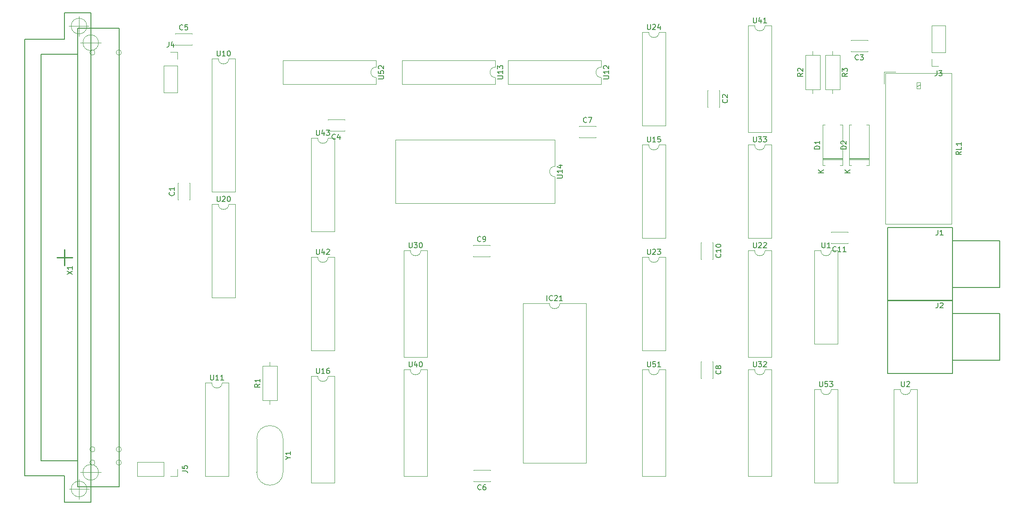
<source format=gbr>
%TF.GenerationSoftware,KiCad,Pcbnew,(5.1.10)-1*%
%TF.CreationDate,2022-01-29T09:37:24+01:00*%
%TF.ProjectId,2K-BWS,324b2d42-5753-42e6-9b69-6361645f7063,rev?*%
%TF.SameCoordinates,Original*%
%TF.FileFunction,Legend,Top*%
%TF.FilePolarity,Positive*%
%FSLAX46Y46*%
G04 Gerber Fmt 4.6, Leading zero omitted, Abs format (unit mm)*
G04 Created by KiCad (PCBNEW (5.1.10)-1) date 2022-01-29 09:37:24*
%MOMM*%
%LPD*%
G01*
G04 APERTURE LIST*
%ADD10C,0.120000*%
%ADD11C,0.250000*%
%ADD12C,0.100000*%
%ADD13C,0.200000*%
%ADD14C,0.150000*%
G04 APERTURE END LIST*
D10*
%TO.C,J5*%
X57150000Y-144720000D02*
X57150000Y-147380000D01*
X57150000Y-144720000D02*
X52010000Y-144720000D01*
X52010000Y-144720000D02*
X52010000Y-147380000D01*
X57150000Y-147380000D02*
X52010000Y-147380000D01*
X59750000Y-147380000D02*
X58420000Y-147380000D01*
X59750000Y-146050000D02*
X59750000Y-147380000D01*
%TO.C,J4*%
X57090000Y-68580000D02*
X59750000Y-68580000D01*
X57090000Y-68580000D02*
X57090000Y-73720000D01*
X57090000Y-73720000D02*
X59750000Y-73720000D01*
X59750000Y-68580000D02*
X59750000Y-73720000D01*
X59750000Y-65980000D02*
X59750000Y-67310000D01*
X58420000Y-65980000D02*
X59750000Y-65980000D01*
%TO.C,U33*%
X170450000Y-83760000D02*
X169200000Y-83760000D01*
X169200000Y-83760000D02*
X169200000Y-101660000D01*
X169200000Y-101660000D02*
X173700000Y-101660000D01*
X173700000Y-101660000D02*
X173700000Y-83760000D01*
X173700000Y-83760000D02*
X172450000Y-83760000D01*
X172450000Y-83760000D02*
G75*
G02*
X170450000Y-83760000I-1000000J0D01*
G01*
%TO.C,U40*%
X104410000Y-126940000D02*
X103160000Y-126940000D01*
X103160000Y-126940000D02*
X103160000Y-147380000D01*
X103160000Y-147380000D02*
X107660000Y-147380000D01*
X107660000Y-147380000D02*
X107660000Y-126940000D01*
X107660000Y-126940000D02*
X106410000Y-126940000D01*
X106410000Y-126940000D02*
G75*
G02*
X104410000Y-126940000I-1000000J0D01*
G01*
%TO.C,IC21*%
X138140000Y-114240000D02*
X133080000Y-114240000D01*
X138140000Y-144840000D02*
X138140000Y-114240000D01*
X126020000Y-144840000D02*
X138140000Y-144840000D01*
X126020000Y-114240000D02*
X126020000Y-144840000D01*
X131080000Y-114240000D02*
X126020000Y-114240000D01*
X133080000Y-114240000D02*
G75*
G02*
X131080000Y-114240000I-1000000J0D01*
G01*
%TO.C,U24*%
X153380000Y-62170000D02*
X152130000Y-62170000D01*
X153380000Y-80070000D02*
X153380000Y-62170000D01*
X148880000Y-80070000D02*
X153380000Y-80070000D01*
X148880000Y-62170000D02*
X148880000Y-80070000D01*
X150130000Y-62170000D02*
X148880000Y-62170000D01*
X152130000Y-62170000D02*
G75*
G02*
X150130000Y-62170000I-1000000J0D01*
G01*
%TO.C,U20*%
X70830000Y-95190000D02*
X69580000Y-95190000D01*
X70830000Y-113090000D02*
X70830000Y-95190000D01*
X66330000Y-113090000D02*
X70830000Y-113090000D01*
X66330000Y-95190000D02*
X66330000Y-113090000D01*
X67580000Y-95190000D02*
X66330000Y-95190000D01*
X69580000Y-95190000D02*
G75*
G02*
X67580000Y-95190000I-1000000J0D01*
G01*
%TO.C,J3*%
X207070000Y-66040000D02*
X204410000Y-66040000D01*
X207070000Y-66040000D02*
X207070000Y-60900000D01*
X207070000Y-60900000D02*
X204410000Y-60900000D01*
X204410000Y-66040000D02*
X204410000Y-60900000D01*
X204410000Y-68640000D02*
X204410000Y-67310000D01*
X205740000Y-68640000D02*
X204410000Y-68640000D01*
%TO.C,C11*%
X188330000Y-102720000D02*
X185090000Y-102720000D01*
X188330000Y-100480000D02*
X185090000Y-100480000D01*
X188330000Y-102720000D02*
X188330000Y-102655000D01*
X188330000Y-100545000D02*
X188330000Y-100480000D01*
X185090000Y-102720000D02*
X185090000Y-102655000D01*
X185090000Y-100545000D02*
X185090000Y-100480000D01*
%TO.C,C10*%
X162410000Y-102500000D02*
X162410000Y-105740000D01*
X160170000Y-102500000D02*
X160170000Y-105740000D01*
X162410000Y-102500000D02*
X162345000Y-102500000D01*
X160235000Y-102500000D02*
X160170000Y-102500000D01*
X162410000Y-105740000D02*
X162345000Y-105740000D01*
X160235000Y-105740000D02*
X160170000Y-105740000D01*
%TO.C,C9*%
X116470000Y-103020000D02*
X119710000Y-103020000D01*
X116470000Y-105260000D02*
X119710000Y-105260000D01*
X116470000Y-103020000D02*
X116470000Y-103085000D01*
X116470000Y-105195000D02*
X116470000Y-105260000D01*
X119710000Y-103020000D02*
X119710000Y-103085000D01*
X119710000Y-105195000D02*
X119710000Y-105260000D01*
%TO.C,C8*%
X162410000Y-125360000D02*
X162410000Y-128600000D01*
X160170000Y-125360000D02*
X160170000Y-128600000D01*
X162410000Y-125360000D02*
X162345000Y-125360000D01*
X160235000Y-125360000D02*
X160170000Y-125360000D01*
X162410000Y-128600000D02*
X162345000Y-128600000D01*
X160235000Y-128600000D02*
X160170000Y-128600000D01*
%TO.C,C7*%
X136790000Y-80160000D02*
X140030000Y-80160000D01*
X136790000Y-82400000D02*
X140030000Y-82400000D01*
X136790000Y-80160000D02*
X136790000Y-80225000D01*
X136790000Y-82335000D02*
X136790000Y-82400000D01*
X140030000Y-80160000D02*
X140030000Y-80225000D01*
X140030000Y-82335000D02*
X140030000Y-82400000D01*
%TO.C,C6*%
X119750000Y-148440000D02*
X116510000Y-148440000D01*
X119750000Y-146200000D02*
X116510000Y-146200000D01*
X119750000Y-148440000D02*
X119750000Y-148375000D01*
X119750000Y-146265000D02*
X119750000Y-146200000D01*
X116510000Y-148440000D02*
X116510000Y-148375000D01*
X116510000Y-146265000D02*
X116510000Y-146200000D01*
%TO.C,C5*%
X59320000Y-62380000D02*
X62560000Y-62380000D01*
X59320000Y-64620000D02*
X62560000Y-64620000D01*
X59320000Y-62380000D02*
X59320000Y-62445000D01*
X59320000Y-64555000D02*
X59320000Y-64620000D01*
X62560000Y-62380000D02*
X62560000Y-62445000D01*
X62560000Y-64555000D02*
X62560000Y-64620000D01*
D11*
%TO.C,X1*%
X38100000Y-103910000D02*
X38100000Y-106910000D01*
X39600000Y-105410000D02*
X36600000Y-105410000D01*
D12*
X43100000Y-144660000D02*
X43100000Y-148660000D01*
X45100000Y-146660000D02*
X41100000Y-146660000D01*
X44600000Y-146660000D02*
G75*
G03*
X44600000Y-146660000I-1500000J0D01*
G01*
X43100000Y-62160000D02*
X43100000Y-66160000D01*
X45100000Y-64160000D02*
X41100000Y-64160000D01*
X44600000Y-64160000D02*
G75*
G03*
X44600000Y-64160000I-1500000J0D01*
G01*
D13*
X33600000Y-66410000D02*
X40600000Y-66410000D01*
X33600000Y-144410000D02*
X33600000Y-66410000D01*
X40600000Y-144410000D02*
X33600000Y-144410000D01*
X48600000Y-149410000D02*
X40600000Y-149410000D01*
X48600000Y-61410000D02*
X48600000Y-149410000D01*
X40600000Y-61410000D02*
X48600000Y-61410000D01*
X40600000Y-61410000D02*
X40600000Y-149410000D01*
D12*
X48988600Y-144780000D02*
G75*
G03*
X48988600Y-144780000I-500000J0D01*
G01*
X48988600Y-142240000D02*
G75*
G03*
X48988600Y-142240000I-500000J0D01*
G01*
X48988600Y-66040000D02*
G75*
G03*
X48988600Y-66040000I-500000J0D01*
G01*
X43908600Y-144780000D02*
G75*
G03*
X43908600Y-144780000I-500000J0D01*
G01*
X43908600Y-142240000D02*
G75*
G03*
X43908600Y-142240000I-500000J0D01*
G01*
X43908600Y-66040000D02*
G75*
G03*
X43908600Y-66040000I-500000J0D01*
G01*
X42368600Y-149860000D02*
G75*
G03*
X42368600Y-149860000I-1500000J0D01*
G01*
X42773600Y-149860000D02*
X38963600Y-149860000D01*
X40868600Y-147955000D02*
X40868600Y-151765000D01*
X42760900Y-60972700D02*
X38950900Y-60972700D01*
X40855900Y-59067700D02*
X40855900Y-62877700D01*
X42355900Y-60972700D02*
G75*
G03*
X42355900Y-60972700I-1500000J0D01*
G01*
D13*
X43180000Y-58420000D02*
X38100000Y-58420000D01*
X38100000Y-63500000D02*
X30480000Y-63500000D01*
X38100000Y-58420000D02*
X38100000Y-63500000D01*
X38100000Y-152400000D02*
X43180000Y-152400000D01*
X38100000Y-147320000D02*
X38100000Y-152400000D01*
X30480000Y-147320000D02*
X38100000Y-147320000D01*
X30480000Y-63500000D02*
X30480000Y-147320000D01*
X43180000Y-152400000D02*
X43180000Y-58420000D01*
D10*
%TO.C,C1*%
X59840000Y-94350000D02*
X59840000Y-91110000D01*
X62080000Y-94350000D02*
X62080000Y-91110000D01*
X59840000Y-94350000D02*
X59905000Y-94350000D01*
X62015000Y-94350000D02*
X62080000Y-94350000D01*
X59840000Y-91110000D02*
X59905000Y-91110000D01*
X62015000Y-91110000D02*
X62080000Y-91110000D01*
%TO.C,C2*%
X161505000Y-76530000D02*
X161440000Y-76530000D01*
X163680000Y-76530000D02*
X163615000Y-76530000D01*
X161505000Y-73290000D02*
X161440000Y-73290000D01*
X163680000Y-73290000D02*
X163615000Y-73290000D01*
X161440000Y-73290000D02*
X161440000Y-76530000D01*
X163680000Y-73290000D02*
X163680000Y-76530000D01*
%TO.C,C3*%
X188900000Y-63715000D02*
X188900000Y-63650000D01*
X188900000Y-65890000D02*
X188900000Y-65825000D01*
X192140000Y-63715000D02*
X192140000Y-63650000D01*
X192140000Y-65890000D02*
X192140000Y-65825000D01*
X192140000Y-63650000D02*
X188900000Y-63650000D01*
X192140000Y-65890000D02*
X188900000Y-65890000D01*
%TO.C,C4*%
X91810000Y-81130000D02*
X88570000Y-81130000D01*
X91810000Y-78890000D02*
X88570000Y-78890000D01*
X91810000Y-81130000D02*
X91810000Y-81065000D01*
X91810000Y-78955000D02*
X91810000Y-78890000D01*
X88570000Y-81130000D02*
X88570000Y-81065000D01*
X88570000Y-78955000D02*
X88570000Y-78890000D01*
%TO.C,D1*%
X183980000Y-87740000D02*
X183500000Y-87740000D01*
X183500000Y-87740000D02*
X183500000Y-79900000D01*
X183500000Y-79900000D02*
X183980000Y-79900000D01*
X186860000Y-87740000D02*
X187340000Y-87740000D01*
X187340000Y-87740000D02*
X187340000Y-79900000D01*
X187340000Y-79900000D02*
X186860000Y-79900000D01*
X183500000Y-86480000D02*
X187340000Y-86480000D01*
X183500000Y-86360000D02*
X187340000Y-86360000D01*
X183500000Y-86600000D02*
X187340000Y-86600000D01*
%TO.C,D2*%
X188580000Y-86600000D02*
X192420000Y-86600000D01*
X188580000Y-86360000D02*
X192420000Y-86360000D01*
X188580000Y-86480000D02*
X192420000Y-86480000D01*
X192420000Y-79900000D02*
X191940000Y-79900000D01*
X192420000Y-87740000D02*
X192420000Y-79900000D01*
X191940000Y-87740000D02*
X192420000Y-87740000D01*
X188580000Y-79900000D02*
X189060000Y-79900000D01*
X188580000Y-87740000D02*
X188580000Y-79900000D01*
X189060000Y-87740000D02*
X188580000Y-87740000D01*
D14*
%TO.C,J1*%
X217430000Y-102680000D02*
X217430000Y-102180000D01*
X217430000Y-102180000D02*
X208430000Y-102180000D01*
X217430000Y-110680000D02*
X217430000Y-111180000D01*
X217430000Y-111180000D02*
X208430000Y-111180000D01*
X217430000Y-110680000D02*
X217430000Y-102680000D01*
X195930000Y-113680000D02*
X208430000Y-113680000D01*
X208430000Y-113680000D02*
X208430000Y-99680000D01*
X208430000Y-99680000D02*
X195930000Y-99680000D01*
X195930000Y-99680000D02*
X195930000Y-113680000D01*
%TO.C,J2*%
X195930000Y-113650000D02*
X195930000Y-127650000D01*
X208430000Y-113650000D02*
X195930000Y-113650000D01*
X208430000Y-127650000D02*
X208430000Y-113650000D01*
X195930000Y-127650000D02*
X208430000Y-127650000D01*
X217430000Y-124650000D02*
X217430000Y-116650000D01*
X217430000Y-125150000D02*
X208430000Y-125150000D01*
X217430000Y-124650000D02*
X217430000Y-125150000D01*
X217430000Y-116150000D02*
X208430000Y-116150000D01*
X217430000Y-116650000D02*
X217430000Y-116150000D01*
D10*
%TO.C,R1*%
X76100000Y-132810000D02*
X78840000Y-132810000D01*
X78840000Y-132810000D02*
X78840000Y-126270000D01*
X78840000Y-126270000D02*
X76100000Y-126270000D01*
X76100000Y-126270000D02*
X76100000Y-132810000D01*
X77470000Y-133580000D02*
X77470000Y-132810000D01*
X77470000Y-125500000D02*
X77470000Y-126270000D01*
%TO.C,R2*%
X180240000Y-73120000D02*
X182980000Y-73120000D01*
X182980000Y-73120000D02*
X182980000Y-66580000D01*
X182980000Y-66580000D02*
X180240000Y-66580000D01*
X180240000Y-66580000D02*
X180240000Y-73120000D01*
X181610000Y-73890000D02*
X181610000Y-73120000D01*
X181610000Y-65810000D02*
X181610000Y-66580000D01*
%TO.C,R3*%
X185420000Y-73890000D02*
X185420000Y-73120000D01*
X185420000Y-65810000D02*
X185420000Y-66580000D01*
X186790000Y-73120000D02*
X186790000Y-66580000D01*
X184050000Y-73120000D02*
X186790000Y-73120000D01*
X184050000Y-66580000D02*
X184050000Y-73120000D01*
X186790000Y-66580000D02*
X184050000Y-66580000D01*
%TO.C,RL1*%
X208220000Y-98990000D02*
X208220000Y-69990000D01*
X208220000Y-69990000D02*
X195520000Y-69990000D01*
X195520000Y-69990000D02*
X195520000Y-98990000D01*
X195520000Y-98990000D02*
X208220000Y-98990000D01*
X201520000Y-72590000D02*
X202220000Y-72190000D01*
X202220000Y-72990000D02*
X202220000Y-71790000D01*
X202220000Y-71790000D02*
X201520000Y-71790000D01*
X201520000Y-71790000D02*
X201520000Y-72990000D01*
X201520000Y-72990000D02*
X202220000Y-72990000D01*
X195280000Y-72090000D02*
X195280000Y-69750000D01*
X195280000Y-69750000D02*
X197470000Y-69750000D01*
%TO.C,U1*%
X186400000Y-104080000D02*
X185150000Y-104080000D01*
X186400000Y-121980000D02*
X186400000Y-104080000D01*
X181900000Y-121980000D02*
X186400000Y-121980000D01*
X181900000Y-104080000D02*
X181900000Y-121980000D01*
X183150000Y-104080000D02*
X181900000Y-104080000D01*
X185150000Y-104080000D02*
G75*
G02*
X183150000Y-104080000I-1000000J0D01*
G01*
%TO.C,U2*%
X198390000Y-130750000D02*
X197140000Y-130750000D01*
X197140000Y-130750000D02*
X197140000Y-148650000D01*
X197140000Y-148650000D02*
X201640000Y-148650000D01*
X201640000Y-148650000D02*
X201640000Y-130750000D01*
X201640000Y-130750000D02*
X200390000Y-130750000D01*
X200390000Y-130750000D02*
G75*
G02*
X198390000Y-130750000I-1000000J0D01*
G01*
%TO.C,U10*%
X67580000Y-67250000D02*
X66330000Y-67250000D01*
X66330000Y-67250000D02*
X66330000Y-92770000D01*
X66330000Y-92770000D02*
X70830000Y-92770000D01*
X70830000Y-92770000D02*
X70830000Y-67250000D01*
X70830000Y-67250000D02*
X69580000Y-67250000D01*
X69580000Y-67250000D02*
G75*
G02*
X67580000Y-67250000I-1000000J0D01*
G01*
%TO.C,U11*%
X66310000Y-129480000D02*
X65060000Y-129480000D01*
X65060000Y-129480000D02*
X65060000Y-147380000D01*
X65060000Y-147380000D02*
X69560000Y-147380000D01*
X69560000Y-147380000D02*
X69560000Y-129480000D01*
X69560000Y-129480000D02*
X68310000Y-129480000D01*
X68310000Y-129480000D02*
G75*
G02*
X66310000Y-129480000I-1000000J0D01*
G01*
%TO.C,U12*%
X141030000Y-68850000D02*
X141030000Y-67600000D01*
X141030000Y-67600000D02*
X123130000Y-67600000D01*
X123130000Y-67600000D02*
X123130000Y-72100000D01*
X123130000Y-72100000D02*
X141030000Y-72100000D01*
X141030000Y-72100000D02*
X141030000Y-70850000D01*
X141030000Y-70850000D02*
G75*
G02*
X141030000Y-68850000I0J1000000D01*
G01*
%TO.C,U13*%
X120710000Y-72100000D02*
X120710000Y-70850000D01*
X102810000Y-72100000D02*
X120710000Y-72100000D01*
X102810000Y-67600000D02*
X102810000Y-72100000D01*
X120710000Y-67600000D02*
X102810000Y-67600000D01*
X120710000Y-68850000D02*
X120710000Y-67600000D01*
X120710000Y-70850000D02*
G75*
G02*
X120710000Y-68850000I0J1000000D01*
G01*
%TO.C,U14*%
X132140000Y-87900000D02*
X132140000Y-82840000D01*
X132140000Y-82840000D02*
X101540000Y-82840000D01*
X101540000Y-82840000D02*
X101540000Y-94960000D01*
X101540000Y-94960000D02*
X132140000Y-94960000D01*
X132140000Y-94960000D02*
X132140000Y-89900000D01*
X132140000Y-89900000D02*
G75*
G02*
X132140000Y-87900000I0J1000000D01*
G01*
%TO.C,U15*%
X150130000Y-83760000D02*
X148880000Y-83760000D01*
X148880000Y-83760000D02*
X148880000Y-101660000D01*
X148880000Y-101660000D02*
X153380000Y-101660000D01*
X153380000Y-101660000D02*
X153380000Y-83760000D01*
X153380000Y-83760000D02*
X152130000Y-83760000D01*
X152130000Y-83760000D02*
G75*
G02*
X150130000Y-83760000I-1000000J0D01*
G01*
%TO.C,U16*%
X89880000Y-128210000D02*
X88630000Y-128210000D01*
X89880000Y-148650000D02*
X89880000Y-128210000D01*
X85380000Y-148650000D02*
X89880000Y-148650000D01*
X85380000Y-128210000D02*
X85380000Y-148650000D01*
X86630000Y-128210000D02*
X85380000Y-128210000D01*
X88630000Y-128210000D02*
G75*
G02*
X86630000Y-128210000I-1000000J0D01*
G01*
%TO.C,U22*%
X173700000Y-104080000D02*
X172450000Y-104080000D01*
X173700000Y-124520000D02*
X173700000Y-104080000D01*
X169200000Y-124520000D02*
X173700000Y-124520000D01*
X169200000Y-104080000D02*
X169200000Y-124520000D01*
X170450000Y-104080000D02*
X169200000Y-104080000D01*
X172450000Y-104080000D02*
G75*
G02*
X170450000Y-104080000I-1000000J0D01*
G01*
%TO.C,U23*%
X150130000Y-105350000D02*
X148880000Y-105350000D01*
X148880000Y-105350000D02*
X148880000Y-123250000D01*
X148880000Y-123250000D02*
X153380000Y-123250000D01*
X153380000Y-123250000D02*
X153380000Y-105350000D01*
X153380000Y-105350000D02*
X152130000Y-105350000D01*
X152130000Y-105350000D02*
G75*
G02*
X150130000Y-105350000I-1000000J0D01*
G01*
%TO.C,U30*%
X107660000Y-104080000D02*
X106410000Y-104080000D01*
X107660000Y-124520000D02*
X107660000Y-104080000D01*
X103160000Y-124520000D02*
X107660000Y-124520000D01*
X103160000Y-104080000D02*
X103160000Y-124520000D01*
X104410000Y-104080000D02*
X103160000Y-104080000D01*
X106410000Y-104080000D02*
G75*
G02*
X104410000Y-104080000I-1000000J0D01*
G01*
%TO.C,U32*%
X170450000Y-126940000D02*
X169200000Y-126940000D01*
X169200000Y-126940000D02*
X169200000Y-147380000D01*
X169200000Y-147380000D02*
X173700000Y-147380000D01*
X173700000Y-147380000D02*
X173700000Y-126940000D01*
X173700000Y-126940000D02*
X172450000Y-126940000D01*
X172450000Y-126940000D02*
G75*
G02*
X170450000Y-126940000I-1000000J0D01*
G01*
%TO.C,U41*%
X170450000Y-60900000D02*
X169200000Y-60900000D01*
X169200000Y-60900000D02*
X169200000Y-81340000D01*
X169200000Y-81340000D02*
X173700000Y-81340000D01*
X173700000Y-81340000D02*
X173700000Y-60900000D01*
X173700000Y-60900000D02*
X172450000Y-60900000D01*
X172450000Y-60900000D02*
G75*
G02*
X170450000Y-60900000I-1000000J0D01*
G01*
%TO.C,U42*%
X89880000Y-105350000D02*
X88630000Y-105350000D01*
X89880000Y-123250000D02*
X89880000Y-105350000D01*
X85380000Y-123250000D02*
X89880000Y-123250000D01*
X85380000Y-105350000D02*
X85380000Y-123250000D01*
X86630000Y-105350000D02*
X85380000Y-105350000D01*
X88630000Y-105350000D02*
G75*
G02*
X86630000Y-105350000I-1000000J0D01*
G01*
%TO.C,U43*%
X86630000Y-82490000D02*
X85380000Y-82490000D01*
X85380000Y-82490000D02*
X85380000Y-100390000D01*
X85380000Y-100390000D02*
X89880000Y-100390000D01*
X89880000Y-100390000D02*
X89880000Y-82490000D01*
X89880000Y-82490000D02*
X88630000Y-82490000D01*
X88630000Y-82490000D02*
G75*
G02*
X86630000Y-82490000I-1000000J0D01*
G01*
%TO.C,U51*%
X150130000Y-126940000D02*
X148880000Y-126940000D01*
X148880000Y-126940000D02*
X148880000Y-147380000D01*
X148880000Y-147380000D02*
X153380000Y-147380000D01*
X153380000Y-147380000D02*
X153380000Y-126940000D01*
X153380000Y-126940000D02*
X152130000Y-126940000D01*
X152130000Y-126940000D02*
G75*
G02*
X150130000Y-126940000I-1000000J0D01*
G01*
%TO.C,U52*%
X97850000Y-72100000D02*
X97850000Y-70850000D01*
X79950000Y-72100000D02*
X97850000Y-72100000D01*
X79950000Y-67600000D02*
X79950000Y-72100000D01*
X97850000Y-67600000D02*
X79950000Y-67600000D01*
X97850000Y-68850000D02*
X97850000Y-67600000D01*
X97850000Y-70850000D02*
G75*
G02*
X97850000Y-68850000I0J1000000D01*
G01*
%TO.C,U53*%
X186400000Y-130750000D02*
X185150000Y-130750000D01*
X186400000Y-148650000D02*
X186400000Y-130750000D01*
X181900000Y-148650000D02*
X186400000Y-148650000D01*
X181900000Y-130750000D02*
X181900000Y-148650000D01*
X183150000Y-130750000D02*
X181900000Y-130750000D01*
X185150000Y-130750000D02*
G75*
G02*
X183150000Y-130750000I-1000000J0D01*
G01*
%TO.C,Y1*%
X79995000Y-140210000D02*
X79995000Y-146610000D01*
X74945000Y-140210000D02*
X74945000Y-146610000D01*
X74945000Y-140210000D02*
G75*
G02*
X79995000Y-140210000I2525000J0D01*
G01*
X74945000Y-146610000D02*
G75*
G03*
X79995000Y-146610000I2525000J0D01*
G01*
%TO.C,J5*%
D14*
X60642380Y-146383333D02*
X61356666Y-146383333D01*
X61499523Y-146430952D01*
X61594761Y-146526190D01*
X61642380Y-146669047D01*
X61642380Y-146764285D01*
X60642380Y-145430952D02*
X60642380Y-145907142D01*
X61118571Y-145954761D01*
X61070952Y-145907142D01*
X61023333Y-145811904D01*
X61023333Y-145573809D01*
X61070952Y-145478571D01*
X61118571Y-145430952D01*
X61213809Y-145383333D01*
X61451904Y-145383333D01*
X61547142Y-145430952D01*
X61594761Y-145478571D01*
X61642380Y-145573809D01*
X61642380Y-145811904D01*
X61594761Y-145907142D01*
X61547142Y-145954761D01*
%TO.C,J4*%
X58086666Y-63992380D02*
X58086666Y-64706666D01*
X58039047Y-64849523D01*
X57943809Y-64944761D01*
X57800952Y-64992380D01*
X57705714Y-64992380D01*
X58991428Y-64325714D02*
X58991428Y-64992380D01*
X58753333Y-63944761D02*
X58515238Y-64659047D01*
X59134285Y-64659047D01*
%TO.C,U33*%
X170211904Y-82212380D02*
X170211904Y-83021904D01*
X170259523Y-83117142D01*
X170307142Y-83164761D01*
X170402380Y-83212380D01*
X170592857Y-83212380D01*
X170688095Y-83164761D01*
X170735714Y-83117142D01*
X170783333Y-83021904D01*
X170783333Y-82212380D01*
X171164285Y-82212380D02*
X171783333Y-82212380D01*
X171450000Y-82593333D01*
X171592857Y-82593333D01*
X171688095Y-82640952D01*
X171735714Y-82688571D01*
X171783333Y-82783809D01*
X171783333Y-83021904D01*
X171735714Y-83117142D01*
X171688095Y-83164761D01*
X171592857Y-83212380D01*
X171307142Y-83212380D01*
X171211904Y-83164761D01*
X171164285Y-83117142D01*
X172116666Y-82212380D02*
X172735714Y-82212380D01*
X172402380Y-82593333D01*
X172545238Y-82593333D01*
X172640476Y-82640952D01*
X172688095Y-82688571D01*
X172735714Y-82783809D01*
X172735714Y-83021904D01*
X172688095Y-83117142D01*
X172640476Y-83164761D01*
X172545238Y-83212380D01*
X172259523Y-83212380D01*
X172164285Y-83164761D01*
X172116666Y-83117142D01*
%TO.C,U40*%
X104171904Y-125392380D02*
X104171904Y-126201904D01*
X104219523Y-126297142D01*
X104267142Y-126344761D01*
X104362380Y-126392380D01*
X104552857Y-126392380D01*
X104648095Y-126344761D01*
X104695714Y-126297142D01*
X104743333Y-126201904D01*
X104743333Y-125392380D01*
X105648095Y-125725714D02*
X105648095Y-126392380D01*
X105410000Y-125344761D02*
X105171904Y-126059047D01*
X105790952Y-126059047D01*
X106362380Y-125392380D02*
X106457619Y-125392380D01*
X106552857Y-125440000D01*
X106600476Y-125487619D01*
X106648095Y-125582857D01*
X106695714Y-125773333D01*
X106695714Y-126011428D01*
X106648095Y-126201904D01*
X106600476Y-126297142D01*
X106552857Y-126344761D01*
X106457619Y-126392380D01*
X106362380Y-126392380D01*
X106267142Y-126344761D01*
X106219523Y-126297142D01*
X106171904Y-126201904D01*
X106124285Y-126011428D01*
X106124285Y-125773333D01*
X106171904Y-125582857D01*
X106219523Y-125487619D01*
X106267142Y-125440000D01*
X106362380Y-125392380D01*
%TO.C,IC21*%
X130627619Y-113692380D02*
X130627619Y-112692380D01*
X131675238Y-113597142D02*
X131627619Y-113644761D01*
X131484761Y-113692380D01*
X131389523Y-113692380D01*
X131246666Y-113644761D01*
X131151428Y-113549523D01*
X131103809Y-113454285D01*
X131056190Y-113263809D01*
X131056190Y-113120952D01*
X131103809Y-112930476D01*
X131151428Y-112835238D01*
X131246666Y-112740000D01*
X131389523Y-112692380D01*
X131484761Y-112692380D01*
X131627619Y-112740000D01*
X131675238Y-112787619D01*
X132056190Y-112787619D02*
X132103809Y-112740000D01*
X132199047Y-112692380D01*
X132437142Y-112692380D01*
X132532380Y-112740000D01*
X132580000Y-112787619D01*
X132627619Y-112882857D01*
X132627619Y-112978095D01*
X132580000Y-113120952D01*
X132008571Y-113692380D01*
X132627619Y-113692380D01*
X133580000Y-113692380D02*
X133008571Y-113692380D01*
X133294285Y-113692380D02*
X133294285Y-112692380D01*
X133199047Y-112835238D01*
X133103809Y-112930476D01*
X133008571Y-112978095D01*
%TO.C,U24*%
X149891904Y-60622380D02*
X149891904Y-61431904D01*
X149939523Y-61527142D01*
X149987142Y-61574761D01*
X150082380Y-61622380D01*
X150272857Y-61622380D01*
X150368095Y-61574761D01*
X150415714Y-61527142D01*
X150463333Y-61431904D01*
X150463333Y-60622380D01*
X150891904Y-60717619D02*
X150939523Y-60670000D01*
X151034761Y-60622380D01*
X151272857Y-60622380D01*
X151368095Y-60670000D01*
X151415714Y-60717619D01*
X151463333Y-60812857D01*
X151463333Y-60908095D01*
X151415714Y-61050952D01*
X150844285Y-61622380D01*
X151463333Y-61622380D01*
X152320476Y-60955714D02*
X152320476Y-61622380D01*
X152082380Y-60574761D02*
X151844285Y-61289047D01*
X152463333Y-61289047D01*
%TO.C,U20*%
X67341904Y-93642380D02*
X67341904Y-94451904D01*
X67389523Y-94547142D01*
X67437142Y-94594761D01*
X67532380Y-94642380D01*
X67722857Y-94642380D01*
X67818095Y-94594761D01*
X67865714Y-94547142D01*
X67913333Y-94451904D01*
X67913333Y-93642380D01*
X68341904Y-93737619D02*
X68389523Y-93690000D01*
X68484761Y-93642380D01*
X68722857Y-93642380D01*
X68818095Y-93690000D01*
X68865714Y-93737619D01*
X68913333Y-93832857D01*
X68913333Y-93928095D01*
X68865714Y-94070952D01*
X68294285Y-94642380D01*
X68913333Y-94642380D01*
X69532380Y-93642380D02*
X69627619Y-93642380D01*
X69722857Y-93690000D01*
X69770476Y-93737619D01*
X69818095Y-93832857D01*
X69865714Y-94023333D01*
X69865714Y-94261428D01*
X69818095Y-94451904D01*
X69770476Y-94547142D01*
X69722857Y-94594761D01*
X69627619Y-94642380D01*
X69532380Y-94642380D01*
X69437142Y-94594761D01*
X69389523Y-94547142D01*
X69341904Y-94451904D01*
X69294285Y-94261428D01*
X69294285Y-94023333D01*
X69341904Y-93832857D01*
X69389523Y-93737619D01*
X69437142Y-93690000D01*
X69532380Y-93642380D01*
%TO.C,J3*%
X205406666Y-69532380D02*
X205406666Y-70246666D01*
X205359047Y-70389523D01*
X205263809Y-70484761D01*
X205120952Y-70532380D01*
X205025714Y-70532380D01*
X205787619Y-69532380D02*
X206406666Y-69532380D01*
X206073333Y-69913333D01*
X206216190Y-69913333D01*
X206311428Y-69960952D01*
X206359047Y-70008571D01*
X206406666Y-70103809D01*
X206406666Y-70341904D01*
X206359047Y-70437142D01*
X206311428Y-70484761D01*
X206216190Y-70532380D01*
X205930476Y-70532380D01*
X205835238Y-70484761D01*
X205787619Y-70437142D01*
%TO.C,C11*%
X186067142Y-104207142D02*
X186019523Y-104254761D01*
X185876666Y-104302380D01*
X185781428Y-104302380D01*
X185638571Y-104254761D01*
X185543333Y-104159523D01*
X185495714Y-104064285D01*
X185448095Y-103873809D01*
X185448095Y-103730952D01*
X185495714Y-103540476D01*
X185543333Y-103445238D01*
X185638571Y-103350000D01*
X185781428Y-103302380D01*
X185876666Y-103302380D01*
X186019523Y-103350000D01*
X186067142Y-103397619D01*
X187019523Y-104302380D02*
X186448095Y-104302380D01*
X186733809Y-104302380D02*
X186733809Y-103302380D01*
X186638571Y-103445238D01*
X186543333Y-103540476D01*
X186448095Y-103588095D01*
X187971904Y-104302380D02*
X187400476Y-104302380D01*
X187686190Y-104302380D02*
X187686190Y-103302380D01*
X187590952Y-103445238D01*
X187495714Y-103540476D01*
X187400476Y-103588095D01*
%TO.C,C10*%
X163897142Y-104762857D02*
X163944761Y-104810476D01*
X163992380Y-104953333D01*
X163992380Y-105048571D01*
X163944761Y-105191428D01*
X163849523Y-105286666D01*
X163754285Y-105334285D01*
X163563809Y-105381904D01*
X163420952Y-105381904D01*
X163230476Y-105334285D01*
X163135238Y-105286666D01*
X163040000Y-105191428D01*
X162992380Y-105048571D01*
X162992380Y-104953333D01*
X163040000Y-104810476D01*
X163087619Y-104762857D01*
X163992380Y-103810476D02*
X163992380Y-104381904D01*
X163992380Y-104096190D02*
X162992380Y-104096190D01*
X163135238Y-104191428D01*
X163230476Y-104286666D01*
X163278095Y-104381904D01*
X162992380Y-103191428D02*
X162992380Y-103096190D01*
X163040000Y-103000952D01*
X163087619Y-102953333D01*
X163182857Y-102905714D01*
X163373333Y-102858095D01*
X163611428Y-102858095D01*
X163801904Y-102905714D01*
X163897142Y-102953333D01*
X163944761Y-103000952D01*
X163992380Y-103096190D01*
X163992380Y-103191428D01*
X163944761Y-103286666D01*
X163897142Y-103334285D01*
X163801904Y-103381904D01*
X163611428Y-103429523D01*
X163373333Y-103429523D01*
X163182857Y-103381904D01*
X163087619Y-103334285D01*
X163040000Y-103286666D01*
X162992380Y-103191428D01*
%TO.C,C9*%
X117923333Y-102247142D02*
X117875714Y-102294761D01*
X117732857Y-102342380D01*
X117637619Y-102342380D01*
X117494761Y-102294761D01*
X117399523Y-102199523D01*
X117351904Y-102104285D01*
X117304285Y-101913809D01*
X117304285Y-101770952D01*
X117351904Y-101580476D01*
X117399523Y-101485238D01*
X117494761Y-101390000D01*
X117637619Y-101342380D01*
X117732857Y-101342380D01*
X117875714Y-101390000D01*
X117923333Y-101437619D01*
X118399523Y-102342380D02*
X118590000Y-102342380D01*
X118685238Y-102294761D01*
X118732857Y-102247142D01*
X118828095Y-102104285D01*
X118875714Y-101913809D01*
X118875714Y-101532857D01*
X118828095Y-101437619D01*
X118780476Y-101390000D01*
X118685238Y-101342380D01*
X118494761Y-101342380D01*
X118399523Y-101390000D01*
X118351904Y-101437619D01*
X118304285Y-101532857D01*
X118304285Y-101770952D01*
X118351904Y-101866190D01*
X118399523Y-101913809D01*
X118494761Y-101961428D01*
X118685238Y-101961428D01*
X118780476Y-101913809D01*
X118828095Y-101866190D01*
X118875714Y-101770952D01*
%TO.C,C8*%
X163897142Y-127146666D02*
X163944761Y-127194285D01*
X163992380Y-127337142D01*
X163992380Y-127432380D01*
X163944761Y-127575238D01*
X163849523Y-127670476D01*
X163754285Y-127718095D01*
X163563809Y-127765714D01*
X163420952Y-127765714D01*
X163230476Y-127718095D01*
X163135238Y-127670476D01*
X163040000Y-127575238D01*
X162992380Y-127432380D01*
X162992380Y-127337142D01*
X163040000Y-127194285D01*
X163087619Y-127146666D01*
X163420952Y-126575238D02*
X163373333Y-126670476D01*
X163325714Y-126718095D01*
X163230476Y-126765714D01*
X163182857Y-126765714D01*
X163087619Y-126718095D01*
X163040000Y-126670476D01*
X162992380Y-126575238D01*
X162992380Y-126384761D01*
X163040000Y-126289523D01*
X163087619Y-126241904D01*
X163182857Y-126194285D01*
X163230476Y-126194285D01*
X163325714Y-126241904D01*
X163373333Y-126289523D01*
X163420952Y-126384761D01*
X163420952Y-126575238D01*
X163468571Y-126670476D01*
X163516190Y-126718095D01*
X163611428Y-126765714D01*
X163801904Y-126765714D01*
X163897142Y-126718095D01*
X163944761Y-126670476D01*
X163992380Y-126575238D01*
X163992380Y-126384761D01*
X163944761Y-126289523D01*
X163897142Y-126241904D01*
X163801904Y-126194285D01*
X163611428Y-126194285D01*
X163516190Y-126241904D01*
X163468571Y-126289523D01*
X163420952Y-126384761D01*
%TO.C,C7*%
X138243333Y-79387142D02*
X138195714Y-79434761D01*
X138052857Y-79482380D01*
X137957619Y-79482380D01*
X137814761Y-79434761D01*
X137719523Y-79339523D01*
X137671904Y-79244285D01*
X137624285Y-79053809D01*
X137624285Y-78910952D01*
X137671904Y-78720476D01*
X137719523Y-78625238D01*
X137814761Y-78530000D01*
X137957619Y-78482380D01*
X138052857Y-78482380D01*
X138195714Y-78530000D01*
X138243333Y-78577619D01*
X138576666Y-78482380D02*
X139243333Y-78482380D01*
X138814761Y-79482380D01*
%TO.C,C6*%
X117963333Y-149927142D02*
X117915714Y-149974761D01*
X117772857Y-150022380D01*
X117677619Y-150022380D01*
X117534761Y-149974761D01*
X117439523Y-149879523D01*
X117391904Y-149784285D01*
X117344285Y-149593809D01*
X117344285Y-149450952D01*
X117391904Y-149260476D01*
X117439523Y-149165238D01*
X117534761Y-149070000D01*
X117677619Y-149022380D01*
X117772857Y-149022380D01*
X117915714Y-149070000D01*
X117963333Y-149117619D01*
X118820476Y-149022380D02*
X118630000Y-149022380D01*
X118534761Y-149070000D01*
X118487142Y-149117619D01*
X118391904Y-149260476D01*
X118344285Y-149450952D01*
X118344285Y-149831904D01*
X118391904Y-149927142D01*
X118439523Y-149974761D01*
X118534761Y-150022380D01*
X118725238Y-150022380D01*
X118820476Y-149974761D01*
X118868095Y-149927142D01*
X118915714Y-149831904D01*
X118915714Y-149593809D01*
X118868095Y-149498571D01*
X118820476Y-149450952D01*
X118725238Y-149403333D01*
X118534761Y-149403333D01*
X118439523Y-149450952D01*
X118391904Y-149498571D01*
X118344285Y-149593809D01*
%TO.C,C5*%
X60773333Y-61607142D02*
X60725714Y-61654761D01*
X60582857Y-61702380D01*
X60487619Y-61702380D01*
X60344761Y-61654761D01*
X60249523Y-61559523D01*
X60201904Y-61464285D01*
X60154285Y-61273809D01*
X60154285Y-61130952D01*
X60201904Y-60940476D01*
X60249523Y-60845238D01*
X60344761Y-60750000D01*
X60487619Y-60702380D01*
X60582857Y-60702380D01*
X60725714Y-60750000D01*
X60773333Y-60797619D01*
X61678095Y-60702380D02*
X61201904Y-60702380D01*
X61154285Y-61178571D01*
X61201904Y-61130952D01*
X61297142Y-61083333D01*
X61535238Y-61083333D01*
X61630476Y-61130952D01*
X61678095Y-61178571D01*
X61725714Y-61273809D01*
X61725714Y-61511904D01*
X61678095Y-61607142D01*
X61630476Y-61654761D01*
X61535238Y-61702380D01*
X61297142Y-61702380D01*
X61201904Y-61654761D01*
X61154285Y-61607142D01*
%TO.C,X1*%
X38552380Y-108669404D02*
X39552380Y-108002738D01*
X38552380Y-108002738D02*
X39552380Y-108669404D01*
X39552380Y-107097976D02*
X39552380Y-107669404D01*
X39552380Y-107383690D02*
X38552380Y-107383690D01*
X38695238Y-107478928D01*
X38790476Y-107574166D01*
X38838095Y-107669404D01*
%TO.C,C1*%
X59067142Y-92896666D02*
X59114761Y-92944285D01*
X59162380Y-93087142D01*
X59162380Y-93182380D01*
X59114761Y-93325238D01*
X59019523Y-93420476D01*
X58924285Y-93468095D01*
X58733809Y-93515714D01*
X58590952Y-93515714D01*
X58400476Y-93468095D01*
X58305238Y-93420476D01*
X58210000Y-93325238D01*
X58162380Y-93182380D01*
X58162380Y-93087142D01*
X58210000Y-92944285D01*
X58257619Y-92896666D01*
X59162380Y-91944285D02*
X59162380Y-92515714D01*
X59162380Y-92230000D02*
X58162380Y-92230000D01*
X58305238Y-92325238D01*
X58400476Y-92420476D01*
X58448095Y-92515714D01*
%TO.C,C2*%
X165167142Y-75076666D02*
X165214761Y-75124285D01*
X165262380Y-75267142D01*
X165262380Y-75362380D01*
X165214761Y-75505238D01*
X165119523Y-75600476D01*
X165024285Y-75648095D01*
X164833809Y-75695714D01*
X164690952Y-75695714D01*
X164500476Y-75648095D01*
X164405238Y-75600476D01*
X164310000Y-75505238D01*
X164262380Y-75362380D01*
X164262380Y-75267142D01*
X164310000Y-75124285D01*
X164357619Y-75076666D01*
X164357619Y-74695714D02*
X164310000Y-74648095D01*
X164262380Y-74552857D01*
X164262380Y-74314761D01*
X164310000Y-74219523D01*
X164357619Y-74171904D01*
X164452857Y-74124285D01*
X164548095Y-74124285D01*
X164690952Y-74171904D01*
X165262380Y-74743333D01*
X165262380Y-74124285D01*
%TO.C,C3*%
X190353333Y-67377142D02*
X190305714Y-67424761D01*
X190162857Y-67472380D01*
X190067619Y-67472380D01*
X189924761Y-67424761D01*
X189829523Y-67329523D01*
X189781904Y-67234285D01*
X189734285Y-67043809D01*
X189734285Y-66900952D01*
X189781904Y-66710476D01*
X189829523Y-66615238D01*
X189924761Y-66520000D01*
X190067619Y-66472380D01*
X190162857Y-66472380D01*
X190305714Y-66520000D01*
X190353333Y-66567619D01*
X190686666Y-66472380D02*
X191305714Y-66472380D01*
X190972380Y-66853333D01*
X191115238Y-66853333D01*
X191210476Y-66900952D01*
X191258095Y-66948571D01*
X191305714Y-67043809D01*
X191305714Y-67281904D01*
X191258095Y-67377142D01*
X191210476Y-67424761D01*
X191115238Y-67472380D01*
X190829523Y-67472380D01*
X190734285Y-67424761D01*
X190686666Y-67377142D01*
%TO.C,C4*%
X90023333Y-82617142D02*
X89975714Y-82664761D01*
X89832857Y-82712380D01*
X89737619Y-82712380D01*
X89594761Y-82664761D01*
X89499523Y-82569523D01*
X89451904Y-82474285D01*
X89404285Y-82283809D01*
X89404285Y-82140952D01*
X89451904Y-81950476D01*
X89499523Y-81855238D01*
X89594761Y-81760000D01*
X89737619Y-81712380D01*
X89832857Y-81712380D01*
X89975714Y-81760000D01*
X90023333Y-81807619D01*
X90880476Y-82045714D02*
X90880476Y-82712380D01*
X90642380Y-81664761D02*
X90404285Y-82379047D01*
X91023333Y-82379047D01*
%TO.C,D1*%
X182952380Y-84558095D02*
X181952380Y-84558095D01*
X181952380Y-84320000D01*
X182000000Y-84177142D01*
X182095238Y-84081904D01*
X182190476Y-84034285D01*
X182380952Y-83986666D01*
X182523809Y-83986666D01*
X182714285Y-84034285D01*
X182809523Y-84081904D01*
X182904761Y-84177142D01*
X182952380Y-84320000D01*
X182952380Y-84558095D01*
X182952380Y-83034285D02*
X182952380Y-83605714D01*
X182952380Y-83320000D02*
X181952380Y-83320000D01*
X182095238Y-83415238D01*
X182190476Y-83510476D01*
X182238095Y-83605714D01*
X183672380Y-89161904D02*
X182672380Y-89161904D01*
X183672380Y-88590476D02*
X183100952Y-89019047D01*
X182672380Y-88590476D02*
X183243809Y-89161904D01*
%TO.C,D2*%
X188032380Y-84558095D02*
X187032380Y-84558095D01*
X187032380Y-84320000D01*
X187080000Y-84177142D01*
X187175238Y-84081904D01*
X187270476Y-84034285D01*
X187460952Y-83986666D01*
X187603809Y-83986666D01*
X187794285Y-84034285D01*
X187889523Y-84081904D01*
X187984761Y-84177142D01*
X188032380Y-84320000D01*
X188032380Y-84558095D01*
X187127619Y-83605714D02*
X187080000Y-83558095D01*
X187032380Y-83462857D01*
X187032380Y-83224761D01*
X187080000Y-83129523D01*
X187127619Y-83081904D01*
X187222857Y-83034285D01*
X187318095Y-83034285D01*
X187460952Y-83081904D01*
X188032380Y-83653333D01*
X188032380Y-83034285D01*
X188752380Y-89161904D02*
X187752380Y-89161904D01*
X188752380Y-88590476D02*
X188180952Y-89019047D01*
X187752380Y-88590476D02*
X188323809Y-89161904D01*
%TO.C,J1*%
X205596666Y-100132380D02*
X205596666Y-100846666D01*
X205549047Y-100989523D01*
X205453809Y-101084761D01*
X205310952Y-101132380D01*
X205215714Y-101132380D01*
X206596666Y-101132380D02*
X206025238Y-101132380D01*
X206310952Y-101132380D02*
X206310952Y-100132380D01*
X206215714Y-100275238D01*
X206120476Y-100370476D01*
X206025238Y-100418095D01*
%TO.C,J2*%
X205596666Y-114102380D02*
X205596666Y-114816666D01*
X205549047Y-114959523D01*
X205453809Y-115054761D01*
X205310952Y-115102380D01*
X205215714Y-115102380D01*
X206025238Y-114197619D02*
X206072857Y-114150000D01*
X206168095Y-114102380D01*
X206406190Y-114102380D01*
X206501428Y-114150000D01*
X206549047Y-114197619D01*
X206596666Y-114292857D01*
X206596666Y-114388095D01*
X206549047Y-114530952D01*
X205977619Y-115102380D01*
X206596666Y-115102380D01*
%TO.C,R1*%
X75552380Y-129706666D02*
X75076190Y-130040000D01*
X75552380Y-130278095D02*
X74552380Y-130278095D01*
X74552380Y-129897142D01*
X74600000Y-129801904D01*
X74647619Y-129754285D01*
X74742857Y-129706666D01*
X74885714Y-129706666D01*
X74980952Y-129754285D01*
X75028571Y-129801904D01*
X75076190Y-129897142D01*
X75076190Y-130278095D01*
X75552380Y-128754285D02*
X75552380Y-129325714D01*
X75552380Y-129040000D02*
X74552380Y-129040000D01*
X74695238Y-129135238D01*
X74790476Y-129230476D01*
X74838095Y-129325714D01*
%TO.C,R2*%
X179692380Y-70016666D02*
X179216190Y-70350000D01*
X179692380Y-70588095D02*
X178692380Y-70588095D01*
X178692380Y-70207142D01*
X178740000Y-70111904D01*
X178787619Y-70064285D01*
X178882857Y-70016666D01*
X179025714Y-70016666D01*
X179120952Y-70064285D01*
X179168571Y-70111904D01*
X179216190Y-70207142D01*
X179216190Y-70588095D01*
X178787619Y-69635714D02*
X178740000Y-69588095D01*
X178692380Y-69492857D01*
X178692380Y-69254761D01*
X178740000Y-69159523D01*
X178787619Y-69111904D01*
X178882857Y-69064285D01*
X178978095Y-69064285D01*
X179120952Y-69111904D01*
X179692380Y-69683333D01*
X179692380Y-69064285D01*
%TO.C,R3*%
X188242380Y-70016666D02*
X187766190Y-70350000D01*
X188242380Y-70588095D02*
X187242380Y-70588095D01*
X187242380Y-70207142D01*
X187290000Y-70111904D01*
X187337619Y-70064285D01*
X187432857Y-70016666D01*
X187575714Y-70016666D01*
X187670952Y-70064285D01*
X187718571Y-70111904D01*
X187766190Y-70207142D01*
X187766190Y-70588095D01*
X187242380Y-69683333D02*
X187242380Y-69064285D01*
X187623333Y-69397619D01*
X187623333Y-69254761D01*
X187670952Y-69159523D01*
X187718571Y-69111904D01*
X187813809Y-69064285D01*
X188051904Y-69064285D01*
X188147142Y-69111904D01*
X188194761Y-69159523D01*
X188242380Y-69254761D01*
X188242380Y-69540476D01*
X188194761Y-69635714D01*
X188147142Y-69683333D01*
%TO.C,RL1*%
X210072380Y-85061428D02*
X209596190Y-85394761D01*
X210072380Y-85632857D02*
X209072380Y-85632857D01*
X209072380Y-85251904D01*
X209120000Y-85156666D01*
X209167619Y-85109047D01*
X209262857Y-85061428D01*
X209405714Y-85061428D01*
X209500952Y-85109047D01*
X209548571Y-85156666D01*
X209596190Y-85251904D01*
X209596190Y-85632857D01*
X210072380Y-84156666D02*
X210072380Y-84632857D01*
X209072380Y-84632857D01*
X210072380Y-83299523D02*
X210072380Y-83870952D01*
X210072380Y-83585238D02*
X209072380Y-83585238D01*
X209215238Y-83680476D01*
X209310476Y-83775714D01*
X209358095Y-83870952D01*
%TO.C,U1*%
X183388095Y-102532380D02*
X183388095Y-103341904D01*
X183435714Y-103437142D01*
X183483333Y-103484761D01*
X183578571Y-103532380D01*
X183769047Y-103532380D01*
X183864285Y-103484761D01*
X183911904Y-103437142D01*
X183959523Y-103341904D01*
X183959523Y-102532380D01*
X184959523Y-103532380D02*
X184388095Y-103532380D01*
X184673809Y-103532380D02*
X184673809Y-102532380D01*
X184578571Y-102675238D01*
X184483333Y-102770476D01*
X184388095Y-102818095D01*
%TO.C,U2*%
X198628095Y-129202380D02*
X198628095Y-130011904D01*
X198675714Y-130107142D01*
X198723333Y-130154761D01*
X198818571Y-130202380D01*
X199009047Y-130202380D01*
X199104285Y-130154761D01*
X199151904Y-130107142D01*
X199199523Y-130011904D01*
X199199523Y-129202380D01*
X199628095Y-129297619D02*
X199675714Y-129250000D01*
X199770952Y-129202380D01*
X200009047Y-129202380D01*
X200104285Y-129250000D01*
X200151904Y-129297619D01*
X200199523Y-129392857D01*
X200199523Y-129488095D01*
X200151904Y-129630952D01*
X199580476Y-130202380D01*
X200199523Y-130202380D01*
%TO.C,U10*%
X67341904Y-65702380D02*
X67341904Y-66511904D01*
X67389523Y-66607142D01*
X67437142Y-66654761D01*
X67532380Y-66702380D01*
X67722857Y-66702380D01*
X67818095Y-66654761D01*
X67865714Y-66607142D01*
X67913333Y-66511904D01*
X67913333Y-65702380D01*
X68913333Y-66702380D02*
X68341904Y-66702380D01*
X68627619Y-66702380D02*
X68627619Y-65702380D01*
X68532380Y-65845238D01*
X68437142Y-65940476D01*
X68341904Y-65988095D01*
X69532380Y-65702380D02*
X69627619Y-65702380D01*
X69722857Y-65750000D01*
X69770476Y-65797619D01*
X69818095Y-65892857D01*
X69865714Y-66083333D01*
X69865714Y-66321428D01*
X69818095Y-66511904D01*
X69770476Y-66607142D01*
X69722857Y-66654761D01*
X69627619Y-66702380D01*
X69532380Y-66702380D01*
X69437142Y-66654761D01*
X69389523Y-66607142D01*
X69341904Y-66511904D01*
X69294285Y-66321428D01*
X69294285Y-66083333D01*
X69341904Y-65892857D01*
X69389523Y-65797619D01*
X69437142Y-65750000D01*
X69532380Y-65702380D01*
%TO.C,U11*%
X66071904Y-127932380D02*
X66071904Y-128741904D01*
X66119523Y-128837142D01*
X66167142Y-128884761D01*
X66262380Y-128932380D01*
X66452857Y-128932380D01*
X66548095Y-128884761D01*
X66595714Y-128837142D01*
X66643333Y-128741904D01*
X66643333Y-127932380D01*
X67643333Y-128932380D02*
X67071904Y-128932380D01*
X67357619Y-128932380D02*
X67357619Y-127932380D01*
X67262380Y-128075238D01*
X67167142Y-128170476D01*
X67071904Y-128218095D01*
X68595714Y-128932380D02*
X68024285Y-128932380D01*
X68310000Y-128932380D02*
X68310000Y-127932380D01*
X68214761Y-128075238D01*
X68119523Y-128170476D01*
X68024285Y-128218095D01*
%TO.C,U12*%
X141482380Y-71088095D02*
X142291904Y-71088095D01*
X142387142Y-71040476D01*
X142434761Y-70992857D01*
X142482380Y-70897619D01*
X142482380Y-70707142D01*
X142434761Y-70611904D01*
X142387142Y-70564285D01*
X142291904Y-70516666D01*
X141482380Y-70516666D01*
X142482380Y-69516666D02*
X142482380Y-70088095D01*
X142482380Y-69802380D02*
X141482380Y-69802380D01*
X141625238Y-69897619D01*
X141720476Y-69992857D01*
X141768095Y-70088095D01*
X141577619Y-69135714D02*
X141530000Y-69088095D01*
X141482380Y-68992857D01*
X141482380Y-68754761D01*
X141530000Y-68659523D01*
X141577619Y-68611904D01*
X141672857Y-68564285D01*
X141768095Y-68564285D01*
X141910952Y-68611904D01*
X142482380Y-69183333D01*
X142482380Y-68564285D01*
%TO.C,U13*%
X121162380Y-71088095D02*
X121971904Y-71088095D01*
X122067142Y-71040476D01*
X122114761Y-70992857D01*
X122162380Y-70897619D01*
X122162380Y-70707142D01*
X122114761Y-70611904D01*
X122067142Y-70564285D01*
X121971904Y-70516666D01*
X121162380Y-70516666D01*
X122162380Y-69516666D02*
X122162380Y-70088095D01*
X122162380Y-69802380D02*
X121162380Y-69802380D01*
X121305238Y-69897619D01*
X121400476Y-69992857D01*
X121448095Y-70088095D01*
X121162380Y-69183333D02*
X121162380Y-68564285D01*
X121543333Y-68897619D01*
X121543333Y-68754761D01*
X121590952Y-68659523D01*
X121638571Y-68611904D01*
X121733809Y-68564285D01*
X121971904Y-68564285D01*
X122067142Y-68611904D01*
X122114761Y-68659523D01*
X122162380Y-68754761D01*
X122162380Y-69040476D01*
X122114761Y-69135714D01*
X122067142Y-69183333D01*
%TO.C,U14*%
X132592380Y-90138095D02*
X133401904Y-90138095D01*
X133497142Y-90090476D01*
X133544761Y-90042857D01*
X133592380Y-89947619D01*
X133592380Y-89757142D01*
X133544761Y-89661904D01*
X133497142Y-89614285D01*
X133401904Y-89566666D01*
X132592380Y-89566666D01*
X133592380Y-88566666D02*
X133592380Y-89138095D01*
X133592380Y-88852380D02*
X132592380Y-88852380D01*
X132735238Y-88947619D01*
X132830476Y-89042857D01*
X132878095Y-89138095D01*
X132925714Y-87709523D02*
X133592380Y-87709523D01*
X132544761Y-87947619D02*
X133259047Y-88185714D01*
X133259047Y-87566666D01*
%TO.C,U15*%
X149891904Y-82212380D02*
X149891904Y-83021904D01*
X149939523Y-83117142D01*
X149987142Y-83164761D01*
X150082380Y-83212380D01*
X150272857Y-83212380D01*
X150368095Y-83164761D01*
X150415714Y-83117142D01*
X150463333Y-83021904D01*
X150463333Y-82212380D01*
X151463333Y-83212380D02*
X150891904Y-83212380D01*
X151177619Y-83212380D02*
X151177619Y-82212380D01*
X151082380Y-82355238D01*
X150987142Y-82450476D01*
X150891904Y-82498095D01*
X152368095Y-82212380D02*
X151891904Y-82212380D01*
X151844285Y-82688571D01*
X151891904Y-82640952D01*
X151987142Y-82593333D01*
X152225238Y-82593333D01*
X152320476Y-82640952D01*
X152368095Y-82688571D01*
X152415714Y-82783809D01*
X152415714Y-83021904D01*
X152368095Y-83117142D01*
X152320476Y-83164761D01*
X152225238Y-83212380D01*
X151987142Y-83212380D01*
X151891904Y-83164761D01*
X151844285Y-83117142D01*
%TO.C,U16*%
X86391904Y-126662380D02*
X86391904Y-127471904D01*
X86439523Y-127567142D01*
X86487142Y-127614761D01*
X86582380Y-127662380D01*
X86772857Y-127662380D01*
X86868095Y-127614761D01*
X86915714Y-127567142D01*
X86963333Y-127471904D01*
X86963333Y-126662380D01*
X87963333Y-127662380D02*
X87391904Y-127662380D01*
X87677619Y-127662380D02*
X87677619Y-126662380D01*
X87582380Y-126805238D01*
X87487142Y-126900476D01*
X87391904Y-126948095D01*
X88820476Y-126662380D02*
X88630000Y-126662380D01*
X88534761Y-126710000D01*
X88487142Y-126757619D01*
X88391904Y-126900476D01*
X88344285Y-127090952D01*
X88344285Y-127471904D01*
X88391904Y-127567142D01*
X88439523Y-127614761D01*
X88534761Y-127662380D01*
X88725238Y-127662380D01*
X88820476Y-127614761D01*
X88868095Y-127567142D01*
X88915714Y-127471904D01*
X88915714Y-127233809D01*
X88868095Y-127138571D01*
X88820476Y-127090952D01*
X88725238Y-127043333D01*
X88534761Y-127043333D01*
X88439523Y-127090952D01*
X88391904Y-127138571D01*
X88344285Y-127233809D01*
%TO.C,U22*%
X170211904Y-102532380D02*
X170211904Y-103341904D01*
X170259523Y-103437142D01*
X170307142Y-103484761D01*
X170402380Y-103532380D01*
X170592857Y-103532380D01*
X170688095Y-103484761D01*
X170735714Y-103437142D01*
X170783333Y-103341904D01*
X170783333Y-102532380D01*
X171211904Y-102627619D02*
X171259523Y-102580000D01*
X171354761Y-102532380D01*
X171592857Y-102532380D01*
X171688095Y-102580000D01*
X171735714Y-102627619D01*
X171783333Y-102722857D01*
X171783333Y-102818095D01*
X171735714Y-102960952D01*
X171164285Y-103532380D01*
X171783333Y-103532380D01*
X172164285Y-102627619D02*
X172211904Y-102580000D01*
X172307142Y-102532380D01*
X172545238Y-102532380D01*
X172640476Y-102580000D01*
X172688095Y-102627619D01*
X172735714Y-102722857D01*
X172735714Y-102818095D01*
X172688095Y-102960952D01*
X172116666Y-103532380D01*
X172735714Y-103532380D01*
%TO.C,U23*%
X149891904Y-103802380D02*
X149891904Y-104611904D01*
X149939523Y-104707142D01*
X149987142Y-104754761D01*
X150082380Y-104802380D01*
X150272857Y-104802380D01*
X150368095Y-104754761D01*
X150415714Y-104707142D01*
X150463333Y-104611904D01*
X150463333Y-103802380D01*
X150891904Y-103897619D02*
X150939523Y-103850000D01*
X151034761Y-103802380D01*
X151272857Y-103802380D01*
X151368095Y-103850000D01*
X151415714Y-103897619D01*
X151463333Y-103992857D01*
X151463333Y-104088095D01*
X151415714Y-104230952D01*
X150844285Y-104802380D01*
X151463333Y-104802380D01*
X151796666Y-103802380D02*
X152415714Y-103802380D01*
X152082380Y-104183333D01*
X152225238Y-104183333D01*
X152320476Y-104230952D01*
X152368095Y-104278571D01*
X152415714Y-104373809D01*
X152415714Y-104611904D01*
X152368095Y-104707142D01*
X152320476Y-104754761D01*
X152225238Y-104802380D01*
X151939523Y-104802380D01*
X151844285Y-104754761D01*
X151796666Y-104707142D01*
%TO.C,U30*%
X104171904Y-102532380D02*
X104171904Y-103341904D01*
X104219523Y-103437142D01*
X104267142Y-103484761D01*
X104362380Y-103532380D01*
X104552857Y-103532380D01*
X104648095Y-103484761D01*
X104695714Y-103437142D01*
X104743333Y-103341904D01*
X104743333Y-102532380D01*
X105124285Y-102532380D02*
X105743333Y-102532380D01*
X105410000Y-102913333D01*
X105552857Y-102913333D01*
X105648095Y-102960952D01*
X105695714Y-103008571D01*
X105743333Y-103103809D01*
X105743333Y-103341904D01*
X105695714Y-103437142D01*
X105648095Y-103484761D01*
X105552857Y-103532380D01*
X105267142Y-103532380D01*
X105171904Y-103484761D01*
X105124285Y-103437142D01*
X106362380Y-102532380D02*
X106457619Y-102532380D01*
X106552857Y-102580000D01*
X106600476Y-102627619D01*
X106648095Y-102722857D01*
X106695714Y-102913333D01*
X106695714Y-103151428D01*
X106648095Y-103341904D01*
X106600476Y-103437142D01*
X106552857Y-103484761D01*
X106457619Y-103532380D01*
X106362380Y-103532380D01*
X106267142Y-103484761D01*
X106219523Y-103437142D01*
X106171904Y-103341904D01*
X106124285Y-103151428D01*
X106124285Y-102913333D01*
X106171904Y-102722857D01*
X106219523Y-102627619D01*
X106267142Y-102580000D01*
X106362380Y-102532380D01*
%TO.C,U32*%
X170211904Y-125392380D02*
X170211904Y-126201904D01*
X170259523Y-126297142D01*
X170307142Y-126344761D01*
X170402380Y-126392380D01*
X170592857Y-126392380D01*
X170688095Y-126344761D01*
X170735714Y-126297142D01*
X170783333Y-126201904D01*
X170783333Y-125392380D01*
X171164285Y-125392380D02*
X171783333Y-125392380D01*
X171450000Y-125773333D01*
X171592857Y-125773333D01*
X171688095Y-125820952D01*
X171735714Y-125868571D01*
X171783333Y-125963809D01*
X171783333Y-126201904D01*
X171735714Y-126297142D01*
X171688095Y-126344761D01*
X171592857Y-126392380D01*
X171307142Y-126392380D01*
X171211904Y-126344761D01*
X171164285Y-126297142D01*
X172164285Y-125487619D02*
X172211904Y-125440000D01*
X172307142Y-125392380D01*
X172545238Y-125392380D01*
X172640476Y-125440000D01*
X172688095Y-125487619D01*
X172735714Y-125582857D01*
X172735714Y-125678095D01*
X172688095Y-125820952D01*
X172116666Y-126392380D01*
X172735714Y-126392380D01*
%TO.C,U41*%
X170211904Y-59352380D02*
X170211904Y-60161904D01*
X170259523Y-60257142D01*
X170307142Y-60304761D01*
X170402380Y-60352380D01*
X170592857Y-60352380D01*
X170688095Y-60304761D01*
X170735714Y-60257142D01*
X170783333Y-60161904D01*
X170783333Y-59352380D01*
X171688095Y-59685714D02*
X171688095Y-60352380D01*
X171450000Y-59304761D02*
X171211904Y-60019047D01*
X171830952Y-60019047D01*
X172735714Y-60352380D02*
X172164285Y-60352380D01*
X172450000Y-60352380D02*
X172450000Y-59352380D01*
X172354761Y-59495238D01*
X172259523Y-59590476D01*
X172164285Y-59638095D01*
%TO.C,U42*%
X86391904Y-103802380D02*
X86391904Y-104611904D01*
X86439523Y-104707142D01*
X86487142Y-104754761D01*
X86582380Y-104802380D01*
X86772857Y-104802380D01*
X86868095Y-104754761D01*
X86915714Y-104707142D01*
X86963333Y-104611904D01*
X86963333Y-103802380D01*
X87868095Y-104135714D02*
X87868095Y-104802380D01*
X87630000Y-103754761D02*
X87391904Y-104469047D01*
X88010952Y-104469047D01*
X88344285Y-103897619D02*
X88391904Y-103850000D01*
X88487142Y-103802380D01*
X88725238Y-103802380D01*
X88820476Y-103850000D01*
X88868095Y-103897619D01*
X88915714Y-103992857D01*
X88915714Y-104088095D01*
X88868095Y-104230952D01*
X88296666Y-104802380D01*
X88915714Y-104802380D01*
%TO.C,U43*%
X86391904Y-80942380D02*
X86391904Y-81751904D01*
X86439523Y-81847142D01*
X86487142Y-81894761D01*
X86582380Y-81942380D01*
X86772857Y-81942380D01*
X86868095Y-81894761D01*
X86915714Y-81847142D01*
X86963333Y-81751904D01*
X86963333Y-80942380D01*
X87868095Y-81275714D02*
X87868095Y-81942380D01*
X87630000Y-80894761D02*
X87391904Y-81609047D01*
X88010952Y-81609047D01*
X88296666Y-80942380D02*
X88915714Y-80942380D01*
X88582380Y-81323333D01*
X88725238Y-81323333D01*
X88820476Y-81370952D01*
X88868095Y-81418571D01*
X88915714Y-81513809D01*
X88915714Y-81751904D01*
X88868095Y-81847142D01*
X88820476Y-81894761D01*
X88725238Y-81942380D01*
X88439523Y-81942380D01*
X88344285Y-81894761D01*
X88296666Y-81847142D01*
%TO.C,U51*%
X149891904Y-125392380D02*
X149891904Y-126201904D01*
X149939523Y-126297142D01*
X149987142Y-126344761D01*
X150082380Y-126392380D01*
X150272857Y-126392380D01*
X150368095Y-126344761D01*
X150415714Y-126297142D01*
X150463333Y-126201904D01*
X150463333Y-125392380D01*
X151415714Y-125392380D02*
X150939523Y-125392380D01*
X150891904Y-125868571D01*
X150939523Y-125820952D01*
X151034761Y-125773333D01*
X151272857Y-125773333D01*
X151368095Y-125820952D01*
X151415714Y-125868571D01*
X151463333Y-125963809D01*
X151463333Y-126201904D01*
X151415714Y-126297142D01*
X151368095Y-126344761D01*
X151272857Y-126392380D01*
X151034761Y-126392380D01*
X150939523Y-126344761D01*
X150891904Y-126297142D01*
X152415714Y-126392380D02*
X151844285Y-126392380D01*
X152130000Y-126392380D02*
X152130000Y-125392380D01*
X152034761Y-125535238D01*
X151939523Y-125630476D01*
X151844285Y-125678095D01*
%TO.C,U52*%
X98302380Y-71088095D02*
X99111904Y-71088095D01*
X99207142Y-71040476D01*
X99254761Y-70992857D01*
X99302380Y-70897619D01*
X99302380Y-70707142D01*
X99254761Y-70611904D01*
X99207142Y-70564285D01*
X99111904Y-70516666D01*
X98302380Y-70516666D01*
X98302380Y-69564285D02*
X98302380Y-70040476D01*
X98778571Y-70088095D01*
X98730952Y-70040476D01*
X98683333Y-69945238D01*
X98683333Y-69707142D01*
X98730952Y-69611904D01*
X98778571Y-69564285D01*
X98873809Y-69516666D01*
X99111904Y-69516666D01*
X99207142Y-69564285D01*
X99254761Y-69611904D01*
X99302380Y-69707142D01*
X99302380Y-69945238D01*
X99254761Y-70040476D01*
X99207142Y-70088095D01*
X98397619Y-69135714D02*
X98350000Y-69088095D01*
X98302380Y-68992857D01*
X98302380Y-68754761D01*
X98350000Y-68659523D01*
X98397619Y-68611904D01*
X98492857Y-68564285D01*
X98588095Y-68564285D01*
X98730952Y-68611904D01*
X99302380Y-69183333D01*
X99302380Y-68564285D01*
%TO.C,U53*%
X182911904Y-129202380D02*
X182911904Y-130011904D01*
X182959523Y-130107142D01*
X183007142Y-130154761D01*
X183102380Y-130202380D01*
X183292857Y-130202380D01*
X183388095Y-130154761D01*
X183435714Y-130107142D01*
X183483333Y-130011904D01*
X183483333Y-129202380D01*
X184435714Y-129202380D02*
X183959523Y-129202380D01*
X183911904Y-129678571D01*
X183959523Y-129630952D01*
X184054761Y-129583333D01*
X184292857Y-129583333D01*
X184388095Y-129630952D01*
X184435714Y-129678571D01*
X184483333Y-129773809D01*
X184483333Y-130011904D01*
X184435714Y-130107142D01*
X184388095Y-130154761D01*
X184292857Y-130202380D01*
X184054761Y-130202380D01*
X183959523Y-130154761D01*
X183911904Y-130107142D01*
X184816666Y-129202380D02*
X185435714Y-129202380D01*
X185102380Y-129583333D01*
X185245238Y-129583333D01*
X185340476Y-129630952D01*
X185388095Y-129678571D01*
X185435714Y-129773809D01*
X185435714Y-130011904D01*
X185388095Y-130107142D01*
X185340476Y-130154761D01*
X185245238Y-130202380D01*
X184959523Y-130202380D01*
X184864285Y-130154761D01*
X184816666Y-130107142D01*
%TO.C,Y1*%
X80971190Y-143886190D02*
X81447380Y-143886190D01*
X80447380Y-144219523D02*
X80971190Y-143886190D01*
X80447380Y-143552857D01*
X81447380Y-142695714D02*
X81447380Y-143267142D01*
X81447380Y-142981428D02*
X80447380Y-142981428D01*
X80590238Y-143076666D01*
X80685476Y-143171904D01*
X80733095Y-143267142D01*
%TD*%
M02*

</source>
